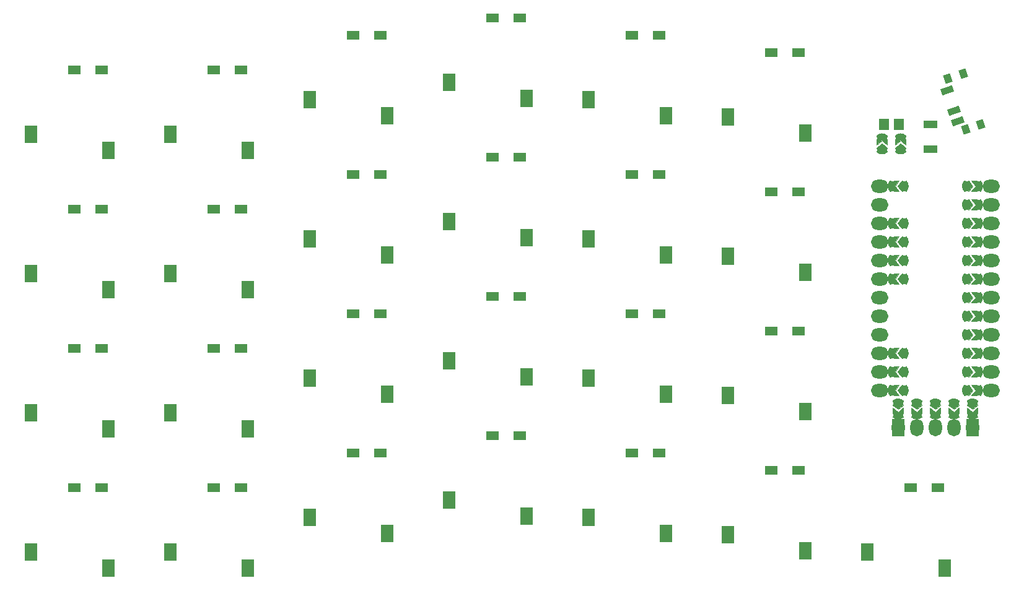
<source format=gbr>
G04 --- HEADER BEGIN --- *
G04 #@! TF.GenerationSoftware,LibrePCB,LibrePCB,0.1.7*
G04 #@! TF.CreationDate,2023-07-24T22:05:17*
G04 #@! TF.ProjectId,kbdkid3,8968376b-f35a-430f-8fb1-af8ab2fa8879,v1*
G04 #@! TF.Part,Single*
G04 #@! TF.SameCoordinates*
G04 #@! TF.FileFunction,Soldermask,Bot*
G04 #@! TF.FilePolarity,Negative*
%FSLAX66Y66*%
%MOMM*%
G01*
G75*
G04 --- HEADER END --- *
G04 --- APERTURE LIST BEGIN --- *
%ADD10R,1.8X2.4*%
%ADD11R,0.6X1.45*%
%ADD12C,0.0*%
%ADD13C,0.01*%
%ADD14R,1.7X1.15*%
%ADD15O,1.4X1.5*%
%ADD16R,1.4X1.5*%
%ADD17O,1.787X2.39*%
%ADD18R,1.787X2.39*%
%ADD19R,1.45X0.6*%
%ADD20O,2.39X1.787*%
%AMROTATEDRECT21*20,1,0.9,-0.85,0.0,0.85,0.0,19.0*%
%ADD21ROTATEDRECT21*%
%AMROTATEDRECT22*20,1,1.0,-0.6,0.0,0.6,0.0,109.0*%
%ADD22ROTATEDRECT22*%
%ADD23R,1.9X1.0*%
G04 --- APERTURE LIST END --- *
G04 --- BOARD BEGIN --- *
D10*
G04 #@! TO.C,S131*
X58398750Y50751250D03*
X68998750Y48551250D03*
G04 #@! TO.C,S142*
X77448750Y29320000D03*
X88048750Y27120000D03*
D11*
G04 #@! TO.C,JP31*
X118968750Y27622500D03*
X120568750Y27622500D03*
D12*
X118668750Y26897500D02*
G02*
X118668750Y28347500I725000J725000D01*
G01*
X118768750Y28347500D01*
X118768750Y26897500D01*
X118668750Y26897500D01*
D13*
G36*
X118668750Y26897500D02*
G02*
X118668750Y28347500I725000J725000D01*
G01*
X118768750Y28347500D01*
X118768750Y26897500D01*
X118668750Y26897500D01*
G37*
D12*
X120868750Y26897500D02*
G03*
X120868750Y28347500I-725000J725000D01*
G01*
X120768750Y28347500D01*
X120768750Y26897500D01*
X120868750Y26897500D01*
D13*
G36*
X120868750Y26897500D02*
G03*
X120868750Y28347500I-725000J725000D01*
G01*
X120768750Y28347500D01*
X120768750Y26897500D01*
X120868750Y26897500D01*
G37*
D12*
X119718750Y27622500D02*
X120298750Y26897500D01*
X120298750Y26897500D01*
X120368750Y26897500D01*
X120368750Y28347500D01*
X120298750Y28347500D01*
X120298750Y28347500D01*
X119718750Y27622500D01*
D13*
G36*
X119718750Y27622500D02*
X120298750Y26897500D01*
X120298750Y26897500D01*
X120368750Y26897500D01*
X120368750Y28347500D01*
X120298750Y28347500D01*
X120298750Y28347500D01*
X119718750Y27622500D01*
G37*
D12*
X119168750Y26897500D02*
X119898750Y26897500D01*
X119318750Y27622500D01*
X119898750Y28347500D01*
X119168750Y28347500D01*
X119168750Y26897500D01*
D13*
G36*
X119168750Y26897500D02*
X119898750Y26897500D01*
X119318750Y27622500D01*
X119898750Y28347500D01*
X119168750Y28347500D01*
X119168750Y26897500D01*
G37*
D10*
G04 #@! TO.C,S132*
X58398750Y31701250D03*
X68998750Y29501250D03*
G04 #@! TO.C,S163*
X115548750Y5507500D03*
X126148750Y3307500D03*
D14*
G04 #@! TO.C,D240*
X49023750Y76200000D03*
X45273750Y76200000D03*
D15*
G04 #@! TO.C,J2*
X119824375Y63986875D03*
D16*
X117824375Y63986875D03*
D10*
G04 #@! TO.C,S110*
X20298750Y62657500D03*
X30898750Y60457500D03*
G04 #@! TO.C,S112*
X20298750Y24557500D03*
X30898750Y22357500D03*
D15*
G04 #@! TO.C,J1*
X117824375Y63986875D03*
D16*
X119824375Y63986875D03*
D10*
G04 #@! TO.C,S111*
X20298750Y43607500D03*
X30898750Y41407500D03*
G04 #@! TO.C,S122*
X39348750Y29320000D03*
X49948750Y27120000D03*
D11*
G04 #@! TO.C,JP32*
X130728750Y37782500D03*
X129128750Y37782500D03*
D12*
X131028750Y38507500D02*
G02*
X131028750Y37057500I-725000J-725000D01*
G01*
X130928750Y37057500D01*
X130928750Y38507500D01*
X131028750Y38507500D01*
D13*
G36*
X131028750Y38507500D02*
G02*
X131028750Y37057500I-725000J-725000D01*
G01*
X130928750Y37057500D01*
X130928750Y38507500D01*
X131028750Y38507500D01*
G37*
D12*
X128828750Y38507500D02*
G03*
X128828750Y37057500I725000J-725000D01*
G01*
X128928750Y37057500D01*
X128928750Y38507500D01*
X128828750Y38507500D01*
D13*
G36*
X128828750Y38507500D02*
G03*
X128828750Y37057500I725000J-725000D01*
G01*
X128928750Y37057500D01*
X128928750Y38507500D01*
X128828750Y38507500D01*
G37*
D12*
X129978750Y37782500D02*
X129398750Y38507500D01*
X129398750Y38507500D01*
X129328750Y38507500D01*
X129328750Y37057500D01*
X129398750Y37057500D01*
X129398750Y37057500D01*
X129978750Y37782500D01*
D13*
G36*
X129978750Y37782500D02*
X129398750Y38507500D01*
X129398750Y38507500D01*
X129328750Y38507500D01*
X129328750Y37057500D01*
X129398750Y37057500D01*
X129398750Y37057500D01*
X129978750Y37782500D01*
G37*
D12*
X130528750Y38507500D02*
X129798750Y38507500D01*
X130378750Y37782500D01*
X129798750Y37057500D01*
X130528750Y37057500D01*
X130528750Y38507500D01*
D13*
G36*
X130528750Y38507500D02*
X129798750Y38507500D01*
X130378750Y37782500D01*
X129798750Y37057500D01*
X130528750Y37057500D01*
X130528750Y38507500D01*
G37*
D11*
G04 #@! TO.C,JP24*
X130728750Y32702500D03*
X129128750Y32702500D03*
D12*
X131028750Y33427500D02*
G02*
X131028750Y31977500I-725000J-725000D01*
G01*
X130928750Y31977500D01*
X130928750Y33427500D01*
X131028750Y33427500D01*
D13*
G36*
X131028750Y33427500D02*
G02*
X131028750Y31977500I-725000J-725000D01*
G01*
X130928750Y31977500D01*
X130928750Y33427500D01*
X131028750Y33427500D01*
G37*
D12*
X128828750Y33427500D02*
G03*
X128828750Y31977500I725000J-725000D01*
G01*
X128928750Y31977500D01*
X128928750Y33427500D01*
X128828750Y33427500D01*
D13*
G36*
X128828750Y33427500D02*
G03*
X128828750Y31977500I725000J-725000D01*
G01*
X128928750Y31977500D01*
X128928750Y33427500D01*
X128828750Y33427500D01*
G37*
D12*
X129978750Y32702500D02*
X129398750Y33427500D01*
X129398750Y33427500D01*
X129328750Y33427500D01*
X129328750Y31977500D01*
X129398750Y31977500D01*
X129398750Y31977500D01*
X129978750Y32702500D01*
D13*
G36*
X129978750Y32702500D02*
X129398750Y33427500D01*
X129398750Y33427500D01*
X129328750Y33427500D01*
X129328750Y31977500D01*
X129398750Y31977500D01*
X129398750Y31977500D01*
X129978750Y32702500D01*
G37*
D12*
X130528750Y33427500D02*
X129798750Y33427500D01*
X130378750Y32702500D01*
X129798750Y31977500D01*
X130528750Y31977500D01*
X130528750Y33427500D01*
D13*
G36*
X130528750Y33427500D02*
X129798750Y33427500D01*
X130378750Y32702500D01*
X129798750Y31977500D01*
X130528750Y31977500D01*
X130528750Y33427500D01*
G37*
D10*
G04 #@! TO.C,S103*
X1248750Y5507500D03*
X11848750Y3307500D03*
D14*
G04 #@! TO.C,D260*
X10923750Y71437500D03*
X7173750Y71437500D03*
D17*
G04 #@! TO.C,DS2*
X124848750Y22542500D03*
X122308750Y22542500D03*
X119768750Y22542500D03*
X127388750Y22542500D03*
D18*
X129928750Y22542500D03*
D14*
G04 #@! TO.C,D251*
X29973750Y52387500D03*
X26223750Y52387500D03*
D11*
G04 #@! TO.C,JP53*
X130728750Y53022500D03*
X129128750Y53022500D03*
D12*
X131028750Y53747500D02*
G02*
X131028750Y52297500I-725000J-725000D01*
G01*
X130928750Y52297500D01*
X130928750Y53747500D01*
X131028750Y53747500D01*
D13*
G36*
X131028750Y53747500D02*
G02*
X131028750Y52297500I-725000J-725000D01*
G01*
X130928750Y52297500D01*
X130928750Y53747500D01*
X131028750Y53747500D01*
G37*
D12*
X128828750Y53747500D02*
G03*
X128828750Y52297500I725000J-725000D01*
G01*
X128928750Y52297500D01*
X128928750Y53747500D01*
X128828750Y53747500D01*
D13*
G36*
X128828750Y53747500D02*
G03*
X128828750Y52297500I725000J-725000D01*
G01*
X128928750Y52297500D01*
X128928750Y53747500D01*
X128828750Y53747500D01*
G37*
D12*
X129978750Y53022500D02*
X129398750Y53747500D01*
X129398750Y53747500D01*
X129328750Y53747500D01*
X129328750Y52297500D01*
X129398750Y52297500D01*
X129398750Y52297500D01*
X129978750Y53022500D01*
D13*
G36*
X129978750Y53022500D02*
X129398750Y53747500D01*
X129398750Y53747500D01*
X129328750Y53747500D01*
X129328750Y52297500D01*
X129398750Y52297500D01*
X129398750Y52297500D01*
X129978750Y53022500D01*
G37*
D12*
X130528750Y53747500D02*
X129798750Y53747500D01*
X130378750Y53022500D01*
X129798750Y52297500D01*
X130528750Y52297500D01*
X130528750Y53747500D01*
D13*
G36*
X130528750Y53747500D02*
X129798750Y53747500D01*
X130378750Y53022500D01*
X129798750Y52297500D01*
X130528750Y52297500D01*
X130528750Y53747500D01*
G37*
D10*
G04 #@! TO.C,S140*
X77448750Y67420000D03*
X88048750Y65220000D03*
D11*
G04 #@! TO.C,JP33*
X130728750Y30162500D03*
X129128750Y30162500D03*
D12*
X131028750Y30887500D02*
G02*
X131028750Y29437500I-725000J-725000D01*
G01*
X130928750Y29437500D01*
X130928750Y30887500D01*
X131028750Y30887500D01*
D13*
G36*
X131028750Y30887500D02*
G02*
X131028750Y29437500I-725000J-725000D01*
G01*
X130928750Y29437500D01*
X130928750Y30887500D01*
X131028750Y30887500D01*
G37*
D12*
X128828750Y30887500D02*
G03*
X128828750Y29437500I725000J-725000D01*
G01*
X128928750Y29437500D01*
X128928750Y30887500D01*
X128828750Y30887500D01*
D13*
G36*
X128828750Y30887500D02*
G03*
X128828750Y29437500I725000J-725000D01*
G01*
X128928750Y29437500D01*
X128928750Y30887500D01*
X128828750Y30887500D01*
G37*
D12*
X129978750Y30162500D02*
X129398750Y30887500D01*
X129398750Y30887500D01*
X129328750Y30887500D01*
X129328750Y29437500D01*
X129398750Y29437500D01*
X129398750Y29437500D01*
X129978750Y30162500D01*
D13*
G36*
X129978750Y30162500D02*
X129398750Y30887500D01*
X129398750Y30887500D01*
X129328750Y30887500D01*
X129328750Y29437500D01*
X129398750Y29437500D01*
X129398750Y29437500D01*
X129978750Y30162500D01*
G37*
D12*
X130528750Y30887500D02*
X129798750Y30887500D01*
X130378750Y30162500D01*
X129798750Y29437500D01*
X130528750Y29437500D01*
X130528750Y30887500D01*
D13*
G36*
X130528750Y30887500D02*
X129798750Y30887500D01*
X130378750Y30162500D01*
X129798750Y29437500D01*
X130528750Y29437500D01*
X130528750Y30887500D01*
G37*
D19*
G04 #@! TO.C,JP27*
X129928750Y24282500D03*
X129928750Y25882500D03*
D12*
X130653750Y23982500D02*
G02*
X129203750Y23982500I-725000J725000D01*
G01*
X129203750Y24082500D01*
X130653750Y24082500D01*
X130653750Y23982500D01*
D13*
G36*
X130653750Y23982500D02*
G02*
X129203750Y23982500I-725000J725000D01*
G01*
X129203750Y24082500D01*
X130653750Y24082500D01*
X130653750Y23982500D01*
G37*
D12*
X130653750Y26182500D02*
G03*
X129203750Y26182500I-725000J-725000D01*
G01*
X129203750Y26082500D01*
X130653750Y26082500D01*
X130653750Y26182500D01*
D13*
G36*
X130653750Y26182500D02*
G03*
X129203750Y26182500I-725000J-725000D01*
G01*
X129203750Y26082500D01*
X130653750Y26082500D01*
X130653750Y26182500D01*
G37*
D12*
X129928750Y25032500D02*
X130653750Y25612500D01*
X130653750Y25612500D01*
X130653750Y25682500D01*
X129203750Y25682500D01*
X129203750Y25612500D01*
X129203750Y25612500D01*
X129928750Y25032500D01*
D13*
G36*
X129928750Y25032500D02*
X130653750Y25612500D01*
X130653750Y25612500D01*
X130653750Y25682500D01*
X129203750Y25682500D01*
X129203750Y25612500D01*
X129203750Y25612500D01*
X129928750Y25032500D01*
G37*
D12*
X130653750Y24482500D02*
X130653750Y25212500D01*
X129928750Y24632500D01*
X129203750Y25212500D01*
X129203750Y24482500D01*
X130653750Y24482500D01*
D13*
G36*
X130653750Y24482500D02*
X130653750Y25212500D01*
X129928750Y24632500D01*
X129203750Y25212500D01*
X129203750Y24482500D01*
X130653750Y24482500D01*
G37*
D14*
G04 #@! TO.C,D211*
X106173750Y54768750D03*
X102423750Y54768750D03*
D20*
G04 #@! TO.C,U1*
X117228750Y45402500D03*
X117228750Y37782500D03*
X132468750Y42862500D03*
X132468750Y35242500D03*
X132468750Y30162500D03*
X117228750Y55562500D03*
X117228750Y32702500D03*
X132468750Y55562500D03*
X132468750Y53022500D03*
X117228750Y50482500D03*
X132468750Y40322500D03*
X132468750Y32702500D03*
X117228750Y30162500D03*
X132468750Y50482500D03*
X132468750Y37782500D03*
X132468750Y45402500D03*
X117228750Y42862500D03*
X117228750Y40322500D03*
X132468750Y27622500D03*
X117228750Y47942500D03*
X117228750Y53022500D03*
X117228750Y27622500D03*
X117228750Y35242500D03*
X132468750Y47942500D03*
D14*
G04 #@! TO.C,D261*
X10923750Y52387500D03*
X7173750Y52387500D03*
G04 #@! TO.C,D213*
X106173750Y16668750D03*
X102423750Y16668750D03*
D10*
G04 #@! TO.C,S152*
X96498750Y26938750D03*
X107098750Y24738750D03*
D11*
G04 #@! TO.C,JP37*
X130728750Y27622500D03*
X129128750Y27622500D03*
D12*
X131028750Y28347500D02*
G02*
X131028750Y26897500I-725000J-725000D01*
G01*
X130928750Y26897500D01*
X130928750Y28347500D01*
X131028750Y28347500D01*
D13*
G36*
X131028750Y28347500D02*
G02*
X131028750Y26897500I-725000J-725000D01*
G01*
X130928750Y26897500D01*
X130928750Y28347500D01*
X131028750Y28347500D01*
G37*
D12*
X128828750Y28347500D02*
G03*
X128828750Y26897500I725000J-725000D01*
G01*
X128928750Y26897500D01*
X128928750Y28347500D01*
X128828750Y28347500D01*
D13*
G36*
X128828750Y28347500D02*
G03*
X128828750Y26897500I725000J-725000D01*
G01*
X128928750Y26897500D01*
X128928750Y28347500D01*
X128828750Y28347500D01*
G37*
D12*
X129978750Y27622500D02*
X129398750Y28347500D01*
X129398750Y28347500D01*
X129328750Y28347500D01*
X129328750Y26897500D01*
X129398750Y26897500D01*
X129398750Y26897500D01*
X129978750Y27622500D01*
D13*
G36*
X129978750Y27622500D02*
X129398750Y28347500D01*
X129398750Y28347500D01*
X129328750Y28347500D01*
X129328750Y26897500D01*
X129398750Y26897500D01*
X129398750Y26897500D01*
X129978750Y27622500D01*
G37*
D12*
X130528750Y28347500D02*
X129798750Y28347500D01*
X130378750Y27622500D01*
X129798750Y26897500D01*
X130528750Y26897500D01*
X130528750Y28347500D01*
D13*
G36*
X130528750Y28347500D02*
X129798750Y28347500D01*
X130378750Y27622500D01*
X129798750Y26897500D01*
X130528750Y26897500D01*
X130528750Y28347500D01*
G37*
D11*
G04 #@! TO.C,JP44*
X130728750Y55562500D03*
X129128750Y55562500D03*
D12*
X131028750Y56287500D02*
G02*
X131028750Y54837500I-725000J-725000D01*
G01*
X130928750Y54837500D01*
X130928750Y56287500D01*
X131028750Y56287500D01*
D13*
G36*
X131028750Y56287500D02*
G02*
X131028750Y54837500I-725000J-725000D01*
G01*
X130928750Y54837500D01*
X130928750Y56287500D01*
X131028750Y56287500D01*
G37*
D12*
X128828750Y56287500D02*
G03*
X128828750Y54837500I725000J-725000D01*
G01*
X128928750Y54837500D01*
X128928750Y56287500D01*
X128828750Y56287500D01*
D13*
G36*
X128828750Y56287500D02*
G03*
X128828750Y54837500I725000J-725000D01*
G01*
X128928750Y54837500D01*
X128928750Y56287500D01*
X128828750Y56287500D01*
G37*
D12*
X129978750Y55562500D02*
X129398750Y56287500D01*
X129398750Y56287500D01*
X129328750Y56287500D01*
X129328750Y54837500D01*
X129398750Y54837500D01*
X129398750Y54837500D01*
X129978750Y55562500D01*
D13*
G36*
X129978750Y55562500D02*
X129398750Y56287500D01*
X129398750Y56287500D01*
X129328750Y56287500D01*
X129328750Y54837500D01*
X129398750Y54837500D01*
X129398750Y54837500D01*
X129978750Y55562500D01*
G37*
D12*
X130528750Y56287500D02*
X129798750Y56287500D01*
X130378750Y55562500D01*
X129798750Y54837500D01*
X130528750Y54837500D01*
X130528750Y56287500D01*
D13*
G36*
X130528750Y56287500D02*
X129798750Y56287500D01*
X130378750Y55562500D01*
X129798750Y54837500D01*
X130528750Y54837500D01*
X130528750Y56287500D01*
G37*
D14*
G04 #@! TO.C,D241*
X49023750Y57150000D03*
X45273750Y57150000D03*
D11*
G04 #@! TO.C,JP40*
X130728750Y50482500D03*
X129128750Y50482500D03*
D12*
X131028750Y51207500D02*
G02*
X131028750Y49757500I-725000J-725000D01*
G01*
X130928750Y49757500D01*
X130928750Y51207500D01*
X131028750Y51207500D01*
D13*
G36*
X131028750Y51207500D02*
G02*
X131028750Y49757500I-725000J-725000D01*
G01*
X130928750Y49757500D01*
X130928750Y51207500D01*
X131028750Y51207500D01*
G37*
D12*
X128828750Y51207500D02*
G03*
X128828750Y49757500I725000J-725000D01*
G01*
X128928750Y49757500D01*
X128928750Y51207500D01*
X128828750Y51207500D01*
D13*
G36*
X128828750Y51207500D02*
G03*
X128828750Y49757500I725000J-725000D01*
G01*
X128928750Y49757500D01*
X128928750Y51207500D01*
X128828750Y51207500D01*
G37*
D12*
X129978750Y50482500D02*
X129398750Y51207500D01*
X129398750Y51207500D01*
X129328750Y51207500D01*
X129328750Y49757500D01*
X129398750Y49757500D01*
X129398750Y49757500D01*
X129978750Y50482500D01*
D13*
G36*
X129978750Y50482500D02*
X129398750Y51207500D01*
X129398750Y51207500D01*
X129328750Y51207500D01*
X129328750Y49757500D01*
X129398750Y49757500D01*
X129398750Y49757500D01*
X129978750Y50482500D01*
G37*
D12*
X130528750Y51207500D02*
X129798750Y51207500D01*
X130378750Y50482500D01*
X129798750Y49757500D01*
X130528750Y49757500D01*
X130528750Y51207500D01*
D13*
G36*
X130528750Y51207500D02*
X129798750Y51207500D01*
X130378750Y50482500D01*
X129798750Y49757500D01*
X130528750Y49757500D01*
X130528750Y51207500D01*
G37*
D10*
G04 #@! TO.C,S121*
X39348750Y48370000D03*
X49948750Y46170000D03*
D11*
G04 #@! TO.C,JP46*
X118968750Y45402500D03*
X120568750Y45402500D03*
D12*
X118668750Y44677500D02*
G02*
X118668750Y46127500I725000J725000D01*
G01*
X118768750Y46127500D01*
X118768750Y44677500D01*
X118668750Y44677500D01*
D13*
G36*
X118668750Y44677500D02*
G02*
X118668750Y46127500I725000J725000D01*
G01*
X118768750Y46127500D01*
X118768750Y44677500D01*
X118668750Y44677500D01*
G37*
D12*
X120868750Y44677500D02*
G03*
X120868750Y46127500I-725000J725000D01*
G01*
X120768750Y46127500D01*
X120768750Y44677500D01*
X120868750Y44677500D01*
D13*
G36*
X120868750Y44677500D02*
G03*
X120868750Y46127500I-725000J725000D01*
G01*
X120768750Y46127500D01*
X120768750Y44677500D01*
X120868750Y44677500D01*
G37*
D12*
X119718750Y45402500D02*
X120298750Y44677500D01*
X120298750Y44677500D01*
X120368750Y44677500D01*
X120368750Y46127500D01*
X120298750Y46127500D01*
X120298750Y46127500D01*
X119718750Y45402500D01*
D13*
G36*
X119718750Y45402500D02*
X120298750Y44677500D01*
X120298750Y44677500D01*
X120368750Y44677500D01*
X120368750Y46127500D01*
X120298750Y46127500D01*
X120298750Y46127500D01*
X119718750Y45402500D01*
G37*
D12*
X119168750Y44677500D02*
X119898750Y44677500D01*
X119318750Y45402500D01*
X119898750Y46127500D01*
X119168750Y46127500D01*
X119168750Y44677500D01*
D13*
G36*
X119168750Y44677500D02*
X119898750Y44677500D01*
X119318750Y45402500D01*
X119898750Y46127500D01*
X119168750Y46127500D01*
X119168750Y44677500D01*
G37*
D21*
G04 #@! TO.C,S2*
X126438439Y68708923D03*
X127415144Y65872367D03*
D22*
X131054019Y64058232D03*
X128677372Y70960518D03*
X126597231Y70244268D03*
D21*
X127903496Y64454089D03*
D22*
X128973878Y63341982D03*
D10*
G04 #@! TO.C,S113*
X20298750Y5507500D03*
X30898750Y3307500D03*
D19*
G04 #@! TO.C,JP50*
X120094375Y62156875D03*
X120094375Y60556875D03*
D12*
X119369375Y62456875D02*
G02*
X120819375Y62456875I725000J-725000D01*
G01*
X120819375Y62356875D01*
X119369375Y62356875D01*
X119369375Y62456875D01*
D13*
G36*
X119369375Y62456875D02*
G02*
X120819375Y62456875I725000J-725000D01*
G01*
X120819375Y62356875D01*
X119369375Y62356875D01*
X119369375Y62456875D01*
G37*
D12*
X119369375Y60256875D02*
G03*
X120819375Y60256875I725000J725000D01*
G01*
X120819375Y60356875D01*
X119369375Y60356875D01*
X119369375Y60256875D01*
D13*
G36*
X119369375Y60256875D02*
G03*
X120819375Y60256875I725000J725000D01*
G01*
X120819375Y60356875D01*
X119369375Y60356875D01*
X119369375Y60256875D01*
G37*
D12*
X120094375Y61406875D02*
X119369375Y60826875D01*
X119369375Y60826875D01*
X119369375Y60756875D01*
X120819375Y60756875D01*
X120819375Y60826875D01*
X120819375Y60826875D01*
X120094375Y61406875D01*
D13*
G36*
X120094375Y61406875D02*
X119369375Y60826875D01*
X119369375Y60826875D01*
X119369375Y60756875D01*
X120819375Y60756875D01*
X120819375Y60826875D01*
X120819375Y60826875D01*
X120094375Y61406875D01*
G37*
D12*
X119369375Y61956875D02*
X119369375Y61226875D01*
X120094375Y61806875D01*
X120819375Y61226875D01*
X120819375Y61956875D01*
X119369375Y61956875D01*
D13*
G36*
X119369375Y61956875D02*
X119369375Y61226875D01*
X120094375Y61806875D01*
X120819375Y61226875D01*
X120819375Y61956875D01*
X119369375Y61956875D01*
G37*
D14*
G04 #@! TO.C,D250*
X29973750Y71437500D03*
X26223750Y71437500D03*
D11*
G04 #@! TO.C,JP54*
X118968750Y50482500D03*
X120568750Y50482500D03*
D12*
X118668750Y49757500D02*
G02*
X118668750Y51207500I725000J725000D01*
G01*
X118768750Y51207500D01*
X118768750Y49757500D01*
X118668750Y49757500D01*
D13*
G36*
X118668750Y49757500D02*
G02*
X118668750Y51207500I725000J725000D01*
G01*
X118768750Y51207500D01*
X118768750Y49757500D01*
X118668750Y49757500D01*
G37*
D12*
X120868750Y49757500D02*
G03*
X120868750Y51207500I-725000J725000D01*
G01*
X120768750Y51207500D01*
X120768750Y49757500D01*
X120868750Y49757500D01*
D13*
G36*
X120868750Y49757500D02*
G03*
X120868750Y51207500I-725000J725000D01*
G01*
X120768750Y51207500D01*
X120768750Y49757500D01*
X120868750Y49757500D01*
G37*
D12*
X119718750Y50482500D02*
X120298750Y49757500D01*
X120298750Y49757500D01*
X120368750Y49757500D01*
X120368750Y51207500D01*
X120298750Y51207500D01*
X120298750Y51207500D01*
X119718750Y50482500D01*
D13*
G36*
X119718750Y50482500D02*
X120298750Y49757500D01*
X120298750Y49757500D01*
X120368750Y49757500D01*
X120368750Y51207500D01*
X120298750Y51207500D01*
X120298750Y51207500D01*
X119718750Y50482500D01*
G37*
D12*
X119168750Y49757500D02*
X119898750Y49757500D01*
X119318750Y50482500D01*
X119898750Y51207500D01*
X119168750Y51207500D01*
X119168750Y49757500D01*
D13*
G36*
X119168750Y49757500D02*
X119898750Y49757500D01*
X119318750Y50482500D01*
X119898750Y51207500D01*
X119168750Y51207500D01*
X119168750Y49757500D01*
G37*
D19*
G04 #@! TO.C,JP45*
X122308750Y24282500D03*
X122308750Y25882500D03*
D12*
X123033750Y23982500D02*
G02*
X121583750Y23982500I-725000J725000D01*
G01*
X121583750Y24082500D01*
X123033750Y24082500D01*
X123033750Y23982500D01*
D13*
G36*
X123033750Y23982500D02*
G02*
X121583750Y23982500I-725000J725000D01*
G01*
X121583750Y24082500D01*
X123033750Y24082500D01*
X123033750Y23982500D01*
G37*
D12*
X123033750Y26182500D02*
G03*
X121583750Y26182500I-725000J-725000D01*
G01*
X121583750Y26082500D01*
X123033750Y26082500D01*
X123033750Y26182500D01*
D13*
G36*
X123033750Y26182500D02*
G03*
X121583750Y26182500I-725000J-725000D01*
G01*
X121583750Y26082500D01*
X123033750Y26082500D01*
X123033750Y26182500D01*
G37*
D12*
X122308750Y25032500D02*
X123033750Y25612500D01*
X123033750Y25612500D01*
X123033750Y25682500D01*
X121583750Y25682500D01*
X121583750Y25612500D01*
X121583750Y25612500D01*
X122308750Y25032500D01*
D13*
G36*
X122308750Y25032500D02*
X123033750Y25612500D01*
X123033750Y25612500D01*
X123033750Y25682500D01*
X121583750Y25682500D01*
X121583750Y25612500D01*
X121583750Y25612500D01*
X122308750Y25032500D01*
G37*
D12*
X123033750Y24482500D02*
X123033750Y25212500D01*
X122308750Y24632500D01*
X121583750Y25212500D01*
X121583750Y24482500D01*
X123033750Y24482500D01*
D13*
G36*
X123033750Y24482500D02*
X123033750Y25212500D01*
X122308750Y24632500D01*
X121583750Y25212500D01*
X121583750Y24482500D01*
X123033750Y24482500D01*
G37*
D10*
G04 #@! TO.C,S130*
X58398750Y69801250D03*
X68998750Y67601250D03*
G04 #@! TO.C,S150*
X96498750Y65038750D03*
X107098750Y62838750D03*
D11*
G04 #@! TO.C,JP39*
X118968750Y32702500D03*
X120568750Y32702500D03*
D12*
X118668750Y31977500D02*
G02*
X118668750Y33427500I725000J725000D01*
G01*
X118768750Y33427500D01*
X118768750Y31977500D01*
X118668750Y31977500D01*
D13*
G36*
X118668750Y31977500D02*
G02*
X118668750Y33427500I725000J725000D01*
G01*
X118768750Y33427500D01*
X118768750Y31977500D01*
X118668750Y31977500D01*
G37*
D12*
X120868750Y31977500D02*
G03*
X120868750Y33427500I-725000J725000D01*
G01*
X120768750Y33427500D01*
X120768750Y31977500D01*
X120868750Y31977500D01*
D13*
G36*
X120868750Y31977500D02*
G03*
X120868750Y33427500I-725000J725000D01*
G01*
X120768750Y33427500D01*
X120768750Y31977500D01*
X120868750Y31977500D01*
G37*
D12*
X119718750Y32702500D02*
X120298750Y31977500D01*
X120298750Y31977500D01*
X120368750Y31977500D01*
X120368750Y33427500D01*
X120298750Y33427500D01*
X120298750Y33427500D01*
X119718750Y32702500D01*
D13*
G36*
X119718750Y32702500D02*
X120298750Y31977500D01*
X120298750Y31977500D01*
X120368750Y31977500D01*
X120368750Y33427500D01*
X120298750Y33427500D01*
X120298750Y33427500D01*
X119718750Y32702500D01*
G37*
D12*
X119168750Y31977500D02*
X119898750Y31977500D01*
X119318750Y32702500D01*
X119898750Y33427500D01*
X119168750Y33427500D01*
X119168750Y31977500D01*
D13*
G36*
X119168750Y31977500D02*
X119898750Y31977500D01*
X119318750Y32702500D01*
X119898750Y33427500D01*
X119168750Y33427500D01*
X119168750Y31977500D01*
G37*
D10*
G04 #@! TO.C,S102*
X1248750Y24557500D03*
X11848750Y22357500D03*
D14*
G04 #@! TO.C,D262*
X10923750Y33337500D03*
X7173750Y33337500D03*
D19*
G04 #@! TO.C,JP49*
X117554375Y62156875D03*
X117554375Y60556875D03*
D12*
X116829375Y62456875D02*
G02*
X118279375Y62456875I725000J-725000D01*
G01*
X118279375Y62356875D01*
X116829375Y62356875D01*
X116829375Y62456875D01*
D13*
G36*
X116829375Y62456875D02*
G02*
X118279375Y62456875I725000J-725000D01*
G01*
X118279375Y62356875D01*
X116829375Y62356875D01*
X116829375Y62456875D01*
G37*
D12*
X116829375Y60256875D02*
G03*
X118279375Y60256875I725000J725000D01*
G01*
X118279375Y60356875D01*
X116829375Y60356875D01*
X116829375Y60256875D01*
D13*
G36*
X116829375Y60256875D02*
G03*
X118279375Y60256875I725000J725000D01*
G01*
X118279375Y60356875D01*
X116829375Y60356875D01*
X116829375Y60256875D01*
G37*
D12*
X117554375Y61406875D02*
X116829375Y60826875D01*
X116829375Y60826875D01*
X116829375Y60756875D01*
X118279375Y60756875D01*
X118279375Y60826875D01*
X118279375Y60826875D01*
X117554375Y61406875D01*
D13*
G36*
X117554375Y61406875D02*
X116829375Y60826875D01*
X116829375Y60826875D01*
X116829375Y60756875D01*
X118279375Y60756875D01*
X118279375Y60826875D01*
X118279375Y60826875D01*
X117554375Y61406875D01*
G37*
D12*
X116829375Y61956875D02*
X116829375Y61226875D01*
X117554375Y61806875D01*
X118279375Y61226875D01*
X118279375Y61956875D01*
X116829375Y61956875D01*
D13*
G36*
X116829375Y61956875D02*
X116829375Y61226875D01*
X117554375Y61806875D01*
X118279375Y61226875D01*
X118279375Y61956875D01*
X116829375Y61956875D01*
G37*
D11*
G04 #@! TO.C,JP38*
X118968750Y47942500D03*
X120568750Y47942500D03*
D12*
X118668750Y47217500D02*
G02*
X118668750Y48667500I725000J725000D01*
G01*
X118768750Y48667500D01*
X118768750Y47217500D01*
X118668750Y47217500D01*
D13*
G36*
X118668750Y47217500D02*
G02*
X118668750Y48667500I725000J725000D01*
G01*
X118768750Y48667500D01*
X118768750Y47217500D01*
X118668750Y47217500D01*
G37*
D12*
X120868750Y47217500D02*
G03*
X120868750Y48667500I-725000J725000D01*
G01*
X120768750Y48667500D01*
X120768750Y47217500D01*
X120868750Y47217500D01*
D13*
G36*
X120868750Y47217500D02*
G03*
X120868750Y48667500I-725000J725000D01*
G01*
X120768750Y48667500D01*
X120768750Y47217500D01*
X120868750Y47217500D01*
G37*
D12*
X119718750Y47942500D02*
X120298750Y47217500D01*
X120298750Y47217500D01*
X120368750Y47217500D01*
X120368750Y48667500D01*
X120298750Y48667500D01*
X120298750Y48667500D01*
X119718750Y47942500D01*
D13*
G36*
X119718750Y47942500D02*
X120298750Y47217500D01*
X120298750Y47217500D01*
X120368750Y47217500D01*
X120368750Y48667500D01*
X120298750Y48667500D01*
X120298750Y48667500D01*
X119718750Y47942500D01*
G37*
D12*
X119168750Y47217500D02*
X119898750Y47217500D01*
X119318750Y47942500D01*
X119898750Y48667500D01*
X119168750Y48667500D01*
X119168750Y47217500D01*
D13*
G36*
X119168750Y47217500D02*
X119898750Y47217500D01*
X119318750Y47942500D01*
X119898750Y48667500D01*
X119168750Y48667500D01*
X119168750Y47217500D01*
G37*
D14*
G04 #@! TO.C,D203*
X125223750Y14287500D03*
X121473750Y14287500D03*
G04 #@! TO.C,D231*
X68073750Y59531250D03*
X64323750Y59531250D03*
G04 #@! TO.C,D252*
X29973750Y33337500D03*
X26223750Y33337500D03*
D10*
G04 #@! TO.C,S101*
X1248750Y43607500D03*
X11848750Y41407500D03*
D11*
G04 #@! TO.C,JP30*
X118968750Y55562500D03*
X120568750Y55562500D03*
D12*
X118668750Y54837500D02*
G02*
X118668750Y56287500I725000J725000D01*
G01*
X118768750Y56287500D01*
X118768750Y54837500D01*
X118668750Y54837500D01*
D13*
G36*
X118668750Y54837500D02*
G02*
X118668750Y56287500I725000J725000D01*
G01*
X118768750Y56287500D01*
X118768750Y54837500D01*
X118668750Y54837500D01*
G37*
D12*
X120868750Y54837500D02*
G03*
X120868750Y56287500I-725000J725000D01*
G01*
X120768750Y56287500D01*
X120768750Y54837500D01*
X120868750Y54837500D01*
D13*
G36*
X120868750Y54837500D02*
G03*
X120868750Y56287500I-725000J725000D01*
G01*
X120768750Y56287500D01*
X120768750Y54837500D01*
X120868750Y54837500D01*
G37*
D12*
X119718750Y55562500D02*
X120298750Y54837500D01*
X120298750Y54837500D01*
X120368750Y54837500D01*
X120368750Y56287500D01*
X120298750Y56287500D01*
X120298750Y56287500D01*
X119718750Y55562500D01*
D13*
G36*
X119718750Y55562500D02*
X120298750Y54837500D01*
X120298750Y54837500D01*
X120368750Y54837500D01*
X120368750Y56287500D01*
X120298750Y56287500D01*
X120298750Y56287500D01*
X119718750Y55562500D01*
G37*
D12*
X119168750Y54837500D02*
X119898750Y54837500D01*
X119318750Y55562500D01*
X119898750Y56287500D01*
X119168750Y56287500D01*
X119168750Y54837500D01*
D13*
G36*
X119168750Y54837500D02*
X119898750Y54837500D01*
X119318750Y55562500D01*
X119898750Y56287500D01*
X119168750Y56287500D01*
X119168750Y54837500D01*
G37*
D14*
G04 #@! TO.C,D242*
X49023750Y38100000D03*
X45273750Y38100000D03*
D23*
G04 #@! TO.C,S4*
X124221875Y64009375D03*
X124221875Y60609375D03*
D10*
G04 #@! TO.C,S133*
X58398750Y12651250D03*
X68998750Y10451250D03*
D14*
G04 #@! TO.C,D233*
X68073750Y21431250D03*
X64323750Y21431250D03*
G04 #@! TO.C,D263*
X10923750Y14287500D03*
X7173750Y14287500D03*
D11*
G04 #@! TO.C,JP29*
X130728750Y40322500D03*
X129128750Y40322500D03*
D12*
X131028750Y41047500D02*
G02*
X131028750Y39597500I-725000J-725000D01*
G01*
X130928750Y39597500D01*
X130928750Y41047500D01*
X131028750Y41047500D01*
D13*
G36*
X131028750Y41047500D02*
G02*
X131028750Y39597500I-725000J-725000D01*
G01*
X130928750Y39597500D01*
X130928750Y41047500D01*
X131028750Y41047500D01*
G37*
D12*
X128828750Y41047500D02*
G03*
X128828750Y39597500I725000J-725000D01*
G01*
X128928750Y39597500D01*
X128928750Y41047500D01*
X128828750Y41047500D01*
D13*
G36*
X128828750Y41047500D02*
G03*
X128828750Y39597500I725000J-725000D01*
G01*
X128928750Y39597500D01*
X128928750Y41047500D01*
X128828750Y41047500D01*
G37*
D12*
X129978750Y40322500D02*
X129398750Y41047500D01*
X129398750Y41047500D01*
X129328750Y41047500D01*
X129328750Y39597500D01*
X129398750Y39597500D01*
X129398750Y39597500D01*
X129978750Y40322500D01*
D13*
G36*
X129978750Y40322500D02*
X129398750Y41047500D01*
X129398750Y41047500D01*
X129328750Y41047500D01*
X129328750Y39597500D01*
X129398750Y39597500D01*
X129398750Y39597500D01*
X129978750Y40322500D01*
G37*
D12*
X130528750Y41047500D02*
X129798750Y41047500D01*
X130378750Y40322500D01*
X129798750Y39597500D01*
X130528750Y39597500D01*
X130528750Y41047500D01*
D13*
G36*
X130528750Y41047500D02*
X129798750Y41047500D01*
X130378750Y40322500D01*
X129798750Y39597500D01*
X130528750Y39597500D01*
X130528750Y41047500D01*
G37*
D14*
G04 #@! TO.C,D210*
X106173750Y73818750D03*
X102423750Y73818750D03*
G04 #@! TO.C,D221*
X87123750Y57150000D03*
X83373750Y57150000D03*
D10*
G04 #@! TO.C,S151*
X96498750Y45988750D03*
X107098750Y43788750D03*
G04 #@! TO.C,S141*
X77448750Y48370000D03*
X88048750Y46170000D03*
D14*
G04 #@! TO.C,D230*
X68073750Y78581250D03*
X64323750Y78581250D03*
D11*
G04 #@! TO.C,JP25*
X118968750Y30162500D03*
X120568750Y30162500D03*
D12*
X118668750Y29437500D02*
G02*
X118668750Y30887500I725000J725000D01*
G01*
X118768750Y30887500D01*
X118768750Y29437500D01*
X118668750Y29437500D01*
D13*
G36*
X118668750Y29437500D02*
G02*
X118668750Y30887500I725000J725000D01*
G01*
X118768750Y30887500D01*
X118768750Y29437500D01*
X118668750Y29437500D01*
G37*
D12*
X120868750Y29437500D02*
G03*
X120868750Y30887500I-725000J725000D01*
G01*
X120768750Y30887500D01*
X120768750Y29437500D01*
X120868750Y29437500D01*
D13*
G36*
X120868750Y29437500D02*
G03*
X120868750Y30887500I-725000J725000D01*
G01*
X120768750Y30887500D01*
X120768750Y29437500D01*
X120868750Y29437500D01*
G37*
D12*
X119718750Y30162500D02*
X120298750Y29437500D01*
X120298750Y29437500D01*
X120368750Y29437500D01*
X120368750Y30887500D01*
X120298750Y30887500D01*
X120298750Y30887500D01*
X119718750Y30162500D01*
D13*
G36*
X119718750Y30162500D02*
X120298750Y29437500D01*
X120298750Y29437500D01*
X120368750Y29437500D01*
X120368750Y30887500D01*
X120298750Y30887500D01*
X120298750Y30887500D01*
X119718750Y30162500D01*
G37*
D12*
X119168750Y29437500D02*
X119898750Y29437500D01*
X119318750Y30162500D01*
X119898750Y30887500D01*
X119168750Y30887500D01*
X119168750Y29437500D01*
D13*
G36*
X119168750Y29437500D02*
X119898750Y29437500D01*
X119318750Y30162500D01*
X119898750Y30887500D01*
X119168750Y30887500D01*
X119168750Y29437500D01*
G37*
D10*
G04 #@! TO.C,S123*
X39348750Y10270000D03*
X49948750Y8070000D03*
D17*
G04 #@! TO.C,DS1*
X124848750Y22542500D03*
X127388750Y22542500D03*
X129928750Y22542500D03*
X122308750Y22542500D03*
D18*
X119768750Y22542500D03*
D14*
G04 #@! TO.C,D212*
X106173750Y35718750D03*
X102423750Y35718750D03*
D10*
G04 #@! TO.C,S143*
X77448750Y10270000D03*
X88048750Y8070000D03*
G04 #@! TO.C,S153*
X96498750Y7888750D03*
X107098750Y5688750D03*
D14*
G04 #@! TO.C,D223*
X87123750Y19050000D03*
X83373750Y19050000D03*
D19*
G04 #@! TO.C,JP35*
X124848750Y24282500D03*
X124848750Y25882500D03*
D12*
X125573750Y23982500D02*
G02*
X124123750Y23982500I-725000J725000D01*
G01*
X124123750Y24082500D01*
X125573750Y24082500D01*
X125573750Y23982500D01*
D13*
G36*
X125573750Y23982500D02*
G02*
X124123750Y23982500I-725000J725000D01*
G01*
X124123750Y24082500D01*
X125573750Y24082500D01*
X125573750Y23982500D01*
G37*
D12*
X125573750Y26182500D02*
G03*
X124123750Y26182500I-725000J-725000D01*
G01*
X124123750Y26082500D01*
X125573750Y26082500D01*
X125573750Y26182500D01*
D13*
G36*
X125573750Y26182500D02*
G03*
X124123750Y26182500I-725000J-725000D01*
G01*
X124123750Y26082500D01*
X125573750Y26082500D01*
X125573750Y26182500D01*
G37*
D12*
X124848750Y25032500D02*
X125573750Y25612500D01*
X125573750Y25612500D01*
X125573750Y25682500D01*
X124123750Y25682500D01*
X124123750Y25612500D01*
X124123750Y25612500D01*
X124848750Y25032500D01*
D13*
G36*
X124848750Y25032500D02*
X125573750Y25612500D01*
X125573750Y25612500D01*
X125573750Y25682500D01*
X124123750Y25682500D01*
X124123750Y25612500D01*
X124123750Y25612500D01*
X124848750Y25032500D01*
G37*
D12*
X125573750Y24482500D02*
X125573750Y25212500D01*
X124848750Y24632500D01*
X124123750Y25212500D01*
X124123750Y24482500D01*
X125573750Y24482500D01*
D13*
G36*
X125573750Y24482500D02*
X125573750Y25212500D01*
X124848750Y24632500D01*
X124123750Y25212500D01*
X124123750Y24482500D01*
X125573750Y24482500D01*
G37*
D14*
G04 #@! TO.C,D232*
X68073750Y40481250D03*
X64323750Y40481250D03*
D20*
G04 #@! TO.C,U2*
X132468750Y45402500D03*
X132468750Y37782500D03*
X117228750Y42862500D03*
X117228750Y35242500D03*
X117228750Y30162500D03*
X132468750Y55562500D03*
X132468750Y32702500D03*
X117228750Y55562500D03*
X117228750Y53022500D03*
X132468750Y50482500D03*
X117228750Y40322500D03*
X117228750Y32702500D03*
X132468750Y30162500D03*
X117228750Y50482500D03*
X117228750Y37782500D03*
X117228750Y45402500D03*
X132468750Y42862500D03*
X132468750Y40322500D03*
X117228750Y27622500D03*
X132468750Y47942500D03*
X132468750Y53022500D03*
X132468750Y27622500D03*
X132468750Y35242500D03*
X117228750Y47942500D03*
D10*
G04 #@! TO.C,S100*
X1248750Y62657500D03*
X11848750Y60457500D03*
D14*
G04 #@! TO.C,D243*
X49023750Y19050000D03*
X45273750Y19050000D03*
D19*
G04 #@! TO.C,JP41*
X119768750Y24282500D03*
X119768750Y25882500D03*
D12*
X120493750Y23982500D02*
G02*
X119043750Y23982500I-725000J725000D01*
G01*
X119043750Y24082500D01*
X120493750Y24082500D01*
X120493750Y23982500D01*
D13*
G36*
X120493750Y23982500D02*
G02*
X119043750Y23982500I-725000J725000D01*
G01*
X119043750Y24082500D01*
X120493750Y24082500D01*
X120493750Y23982500D01*
G37*
D12*
X120493750Y26182500D02*
G03*
X119043750Y26182500I-725000J-725000D01*
G01*
X119043750Y26082500D01*
X120493750Y26082500D01*
X120493750Y26182500D01*
D13*
G36*
X120493750Y26182500D02*
G03*
X119043750Y26182500I-725000J-725000D01*
G01*
X119043750Y26082500D01*
X120493750Y26082500D01*
X120493750Y26182500D01*
G37*
D12*
X119768750Y25032500D02*
X120493750Y25612500D01*
X120493750Y25612500D01*
X120493750Y25682500D01*
X119043750Y25682500D01*
X119043750Y25612500D01*
X119043750Y25612500D01*
X119768750Y25032500D01*
D13*
G36*
X119768750Y25032500D02*
X120493750Y25612500D01*
X120493750Y25612500D01*
X120493750Y25682500D01*
X119043750Y25682500D01*
X119043750Y25612500D01*
X119043750Y25612500D01*
X119768750Y25032500D01*
G37*
D12*
X120493750Y24482500D02*
X120493750Y25212500D01*
X119768750Y24632500D01*
X119043750Y25212500D01*
X119043750Y24482500D01*
X120493750Y24482500D01*
D13*
G36*
X120493750Y24482500D02*
X120493750Y25212500D01*
X119768750Y24632500D01*
X119043750Y25212500D01*
X119043750Y24482500D01*
X120493750Y24482500D01*
G37*
D11*
G04 #@! TO.C,JP36*
X118968750Y42862500D03*
X120568750Y42862500D03*
D12*
X118668750Y42137500D02*
G02*
X118668750Y43587500I725000J725000D01*
G01*
X118768750Y43587500D01*
X118768750Y42137500D01*
X118668750Y42137500D01*
D13*
G36*
X118668750Y42137500D02*
G02*
X118668750Y43587500I725000J725000D01*
G01*
X118768750Y43587500D01*
X118768750Y42137500D01*
X118668750Y42137500D01*
G37*
D12*
X120868750Y42137500D02*
G03*
X120868750Y43587500I-725000J725000D01*
G01*
X120768750Y43587500D01*
X120768750Y42137500D01*
X120868750Y42137500D01*
D13*
G36*
X120868750Y42137500D02*
G03*
X120868750Y43587500I-725000J725000D01*
G01*
X120768750Y43587500D01*
X120768750Y42137500D01*
X120868750Y42137500D01*
G37*
D12*
X119718750Y42862500D02*
X120298750Y42137500D01*
X120298750Y42137500D01*
X120368750Y42137500D01*
X120368750Y43587500D01*
X120298750Y43587500D01*
X120298750Y43587500D01*
X119718750Y42862500D01*
D13*
G36*
X119718750Y42862500D02*
X120298750Y42137500D01*
X120298750Y42137500D01*
X120368750Y42137500D01*
X120368750Y43587500D01*
X120298750Y43587500D01*
X120298750Y43587500D01*
X119718750Y42862500D01*
G37*
D12*
X119168750Y42137500D02*
X119898750Y42137500D01*
X119318750Y42862500D01*
X119898750Y43587500D01*
X119168750Y43587500D01*
X119168750Y42137500D01*
D13*
G36*
X119168750Y42137500D02*
X119898750Y42137500D01*
X119318750Y42862500D01*
X119898750Y43587500D01*
X119168750Y43587500D01*
X119168750Y42137500D01*
G37*
D19*
G04 #@! TO.C,JP28*
X127388750Y24282500D03*
X127388750Y25882500D03*
D12*
X128113750Y23982500D02*
G02*
X126663750Y23982500I-725000J725000D01*
G01*
X126663750Y24082500D01*
X128113750Y24082500D01*
X128113750Y23982500D01*
D13*
G36*
X128113750Y23982500D02*
G02*
X126663750Y23982500I-725000J725000D01*
G01*
X126663750Y24082500D01*
X128113750Y24082500D01*
X128113750Y23982500D01*
G37*
D12*
X128113750Y26182500D02*
G03*
X126663750Y26182500I-725000J-725000D01*
G01*
X126663750Y26082500D01*
X128113750Y26082500D01*
X128113750Y26182500D01*
D13*
G36*
X128113750Y26182500D02*
G03*
X126663750Y26182500I-725000J-725000D01*
G01*
X126663750Y26082500D01*
X128113750Y26082500D01*
X128113750Y26182500D01*
G37*
D12*
X127388750Y25032500D02*
X128113750Y25612500D01*
X128113750Y25612500D01*
X128113750Y25682500D01*
X126663750Y25682500D01*
X126663750Y25612500D01*
X126663750Y25612500D01*
X127388750Y25032500D01*
D13*
G36*
X127388750Y25032500D02*
X128113750Y25612500D01*
X128113750Y25612500D01*
X128113750Y25682500D01*
X126663750Y25682500D01*
X126663750Y25612500D01*
X126663750Y25612500D01*
X127388750Y25032500D01*
G37*
D12*
X128113750Y24482500D02*
X128113750Y25212500D01*
X127388750Y24632500D01*
X126663750Y25212500D01*
X126663750Y24482500D01*
X128113750Y24482500D01*
D13*
G36*
X128113750Y24482500D02*
X128113750Y25212500D01*
X127388750Y24632500D01*
X126663750Y25212500D01*
X126663750Y24482500D01*
X128113750Y24482500D01*
G37*
D11*
G04 #@! TO.C,JP43*
X130728750Y35242500D03*
X129128750Y35242500D03*
D12*
X131028750Y35967500D02*
G02*
X131028750Y34517500I-725000J-725000D01*
G01*
X130928750Y34517500D01*
X130928750Y35967500D01*
X131028750Y35967500D01*
D13*
G36*
X131028750Y35967500D02*
G02*
X131028750Y34517500I-725000J-725000D01*
G01*
X130928750Y34517500D01*
X130928750Y35967500D01*
X131028750Y35967500D01*
G37*
D12*
X128828750Y35967500D02*
G03*
X128828750Y34517500I725000J-725000D01*
G01*
X128928750Y34517500D01*
X128928750Y35967500D01*
X128828750Y35967500D01*
D13*
G36*
X128828750Y35967500D02*
G03*
X128828750Y34517500I725000J-725000D01*
G01*
X128928750Y34517500D01*
X128928750Y35967500D01*
X128828750Y35967500D01*
G37*
D12*
X129978750Y35242500D02*
X129398750Y35967500D01*
X129398750Y35967500D01*
X129328750Y35967500D01*
X129328750Y34517500D01*
X129398750Y34517500D01*
X129398750Y34517500D01*
X129978750Y35242500D01*
D13*
G36*
X129978750Y35242500D02*
X129398750Y35967500D01*
X129398750Y35967500D01*
X129328750Y35967500D01*
X129328750Y34517500D01*
X129398750Y34517500D01*
X129398750Y34517500D01*
X129978750Y35242500D01*
G37*
D12*
X130528750Y35967500D02*
X129798750Y35967500D01*
X130378750Y35242500D01*
X129798750Y34517500D01*
X130528750Y34517500D01*
X130528750Y35967500D01*
D13*
G36*
X130528750Y35967500D02*
X129798750Y35967500D01*
X130378750Y35242500D01*
X129798750Y34517500D01*
X130528750Y34517500D01*
X130528750Y35967500D01*
G37*
D14*
G04 #@! TO.C,D222*
X87123750Y38100000D03*
X83373750Y38100000D03*
D11*
G04 #@! TO.C,JP26*
X130728750Y45402500D03*
X129128750Y45402500D03*
D12*
X131028750Y46127500D02*
G02*
X131028750Y44677500I-725000J-725000D01*
G01*
X130928750Y44677500D01*
X130928750Y46127500D01*
X131028750Y46127500D01*
D13*
G36*
X131028750Y46127500D02*
G02*
X131028750Y44677500I-725000J-725000D01*
G01*
X130928750Y44677500D01*
X130928750Y46127500D01*
X131028750Y46127500D01*
G37*
D12*
X128828750Y46127500D02*
G03*
X128828750Y44677500I725000J-725000D01*
G01*
X128928750Y44677500D01*
X128928750Y46127500D01*
X128828750Y46127500D01*
D13*
G36*
X128828750Y46127500D02*
G03*
X128828750Y44677500I725000J-725000D01*
G01*
X128928750Y44677500D01*
X128928750Y46127500D01*
X128828750Y46127500D01*
G37*
D12*
X129978750Y45402500D02*
X129398750Y46127500D01*
X129398750Y46127500D01*
X129328750Y46127500D01*
X129328750Y44677500D01*
X129398750Y44677500D01*
X129398750Y44677500D01*
X129978750Y45402500D01*
D13*
G36*
X129978750Y45402500D02*
X129398750Y46127500D01*
X129398750Y46127500D01*
X129328750Y46127500D01*
X129328750Y44677500D01*
X129398750Y44677500D01*
X129398750Y44677500D01*
X129978750Y45402500D01*
G37*
D12*
X130528750Y46127500D02*
X129798750Y46127500D01*
X130378750Y45402500D01*
X129798750Y44677500D01*
X130528750Y44677500D01*
X130528750Y46127500D01*
D13*
G36*
X130528750Y46127500D02*
X129798750Y46127500D01*
X130378750Y45402500D01*
X129798750Y44677500D01*
X130528750Y44677500D01*
X130528750Y46127500D01*
G37*
D11*
G04 #@! TO.C,JP34*
X130728750Y42862500D03*
X129128750Y42862500D03*
D12*
X131028750Y43587500D02*
G02*
X131028750Y42137500I-725000J-725000D01*
G01*
X130928750Y42137500D01*
X130928750Y43587500D01*
X131028750Y43587500D01*
D13*
G36*
X131028750Y43587500D02*
G02*
X131028750Y42137500I-725000J-725000D01*
G01*
X130928750Y42137500D01*
X130928750Y43587500D01*
X131028750Y43587500D01*
G37*
D12*
X128828750Y43587500D02*
G03*
X128828750Y42137500I725000J-725000D01*
G01*
X128928750Y42137500D01*
X128928750Y43587500D01*
X128828750Y43587500D01*
D13*
G36*
X128828750Y43587500D02*
G03*
X128828750Y42137500I725000J-725000D01*
G01*
X128928750Y42137500D01*
X128928750Y43587500D01*
X128828750Y43587500D01*
G37*
D12*
X129978750Y42862500D02*
X129398750Y43587500D01*
X129398750Y43587500D01*
X129328750Y43587500D01*
X129328750Y42137500D01*
X129398750Y42137500D01*
X129398750Y42137500D01*
X129978750Y42862500D01*
D13*
G36*
X129978750Y42862500D02*
X129398750Y43587500D01*
X129398750Y43587500D01*
X129328750Y43587500D01*
X129328750Y42137500D01*
X129398750Y42137500D01*
X129398750Y42137500D01*
X129978750Y42862500D01*
G37*
D12*
X130528750Y43587500D02*
X129798750Y43587500D01*
X130378750Y42862500D01*
X129798750Y42137500D01*
X130528750Y42137500D01*
X130528750Y43587500D01*
D13*
G36*
X130528750Y43587500D02*
X129798750Y43587500D01*
X130378750Y42862500D01*
X129798750Y42137500D01*
X130528750Y42137500D01*
X130528750Y43587500D01*
G37*
D11*
G04 #@! TO.C,JP42*
X130728750Y47942500D03*
X129128750Y47942500D03*
D12*
X131028750Y48667500D02*
G02*
X131028750Y47217500I-725000J-725000D01*
G01*
X130928750Y47217500D01*
X130928750Y48667500D01*
X131028750Y48667500D01*
D13*
G36*
X131028750Y48667500D02*
G02*
X131028750Y47217500I-725000J-725000D01*
G01*
X130928750Y47217500D01*
X130928750Y48667500D01*
X131028750Y48667500D01*
G37*
D12*
X128828750Y48667500D02*
G03*
X128828750Y47217500I725000J-725000D01*
G01*
X128928750Y47217500D01*
X128928750Y48667500D01*
X128828750Y48667500D01*
D13*
G36*
X128828750Y48667500D02*
G03*
X128828750Y47217500I725000J-725000D01*
G01*
X128928750Y47217500D01*
X128928750Y48667500D01*
X128828750Y48667500D01*
G37*
D12*
X129978750Y47942500D02*
X129398750Y48667500D01*
X129398750Y48667500D01*
X129328750Y48667500D01*
X129328750Y47217500D01*
X129398750Y47217500D01*
X129398750Y47217500D01*
X129978750Y47942500D01*
D13*
G36*
X129978750Y47942500D02*
X129398750Y48667500D01*
X129398750Y48667500D01*
X129328750Y48667500D01*
X129328750Y47217500D01*
X129398750Y47217500D01*
X129398750Y47217500D01*
X129978750Y47942500D01*
G37*
D12*
X130528750Y48667500D02*
X129798750Y48667500D01*
X130378750Y47942500D01*
X129798750Y47217500D01*
X130528750Y47217500D01*
X130528750Y48667500D01*
D13*
G36*
X130528750Y48667500D02*
X129798750Y48667500D01*
X130378750Y47942500D01*
X129798750Y47217500D01*
X130528750Y47217500D01*
X130528750Y48667500D01*
G37*
D14*
G04 #@! TO.C,D253*
X29973750Y14287500D03*
X26223750Y14287500D03*
G04 #@! TO.C,D220*
X87123750Y76200000D03*
X83373750Y76200000D03*
D10*
G04 #@! TO.C,S120*
X39348750Y67420000D03*
X49948750Y65220000D03*
G04 --- BOARD END --- *
G04 #@! TF.MD5,bebac33d2b709f67d12cb99533df33b8*
M02*

</source>
